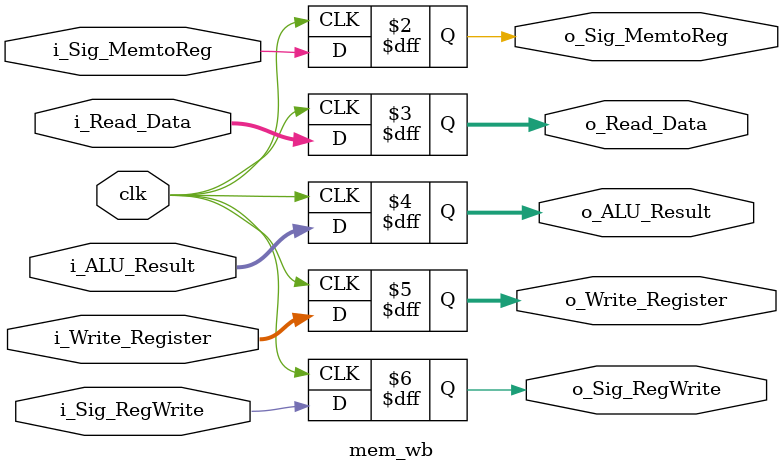
<source format=v>
module mem_wb(
    clk,
    i_Sig_RegWrite,
    i_Write_Register,
    i_Sig_MemtoReg,
    i_Read_Data,
    i_ALU_Result,
    o_Sig_MemtoReg,
    o_Read_Data,
    o_ALU_Result,
    o_Write_Register,
    o_Sig_RegWrite
    );
    
    input clk;
    input i_Sig_MemtoReg;
    input i_Sig_RegWrite;
    input [2:0] i_Write_Register;
    input [15:0] i_Read_Data;
    input [15:0] i_ALU_Result;
    output reg o_Sig_MemtoReg;
    output reg [15:0] o_Read_Data;
    output reg [15:0] o_ALU_Result;
    output reg [2:0] o_Write_Register;
    output reg o_Sig_RegWrite;
    
    always @( negedge clk) begin 
        o_Sig_MemtoReg <= i_Sig_MemtoReg;
        o_Read_Data <= i_Read_Data;
        o_ALU_Result <= i_ALU_Result;
        o_Write_Register <= i_Write_Register;
        o_Sig_RegWrite <= i_Sig_RegWrite;
    end 

endmodule
</source>
